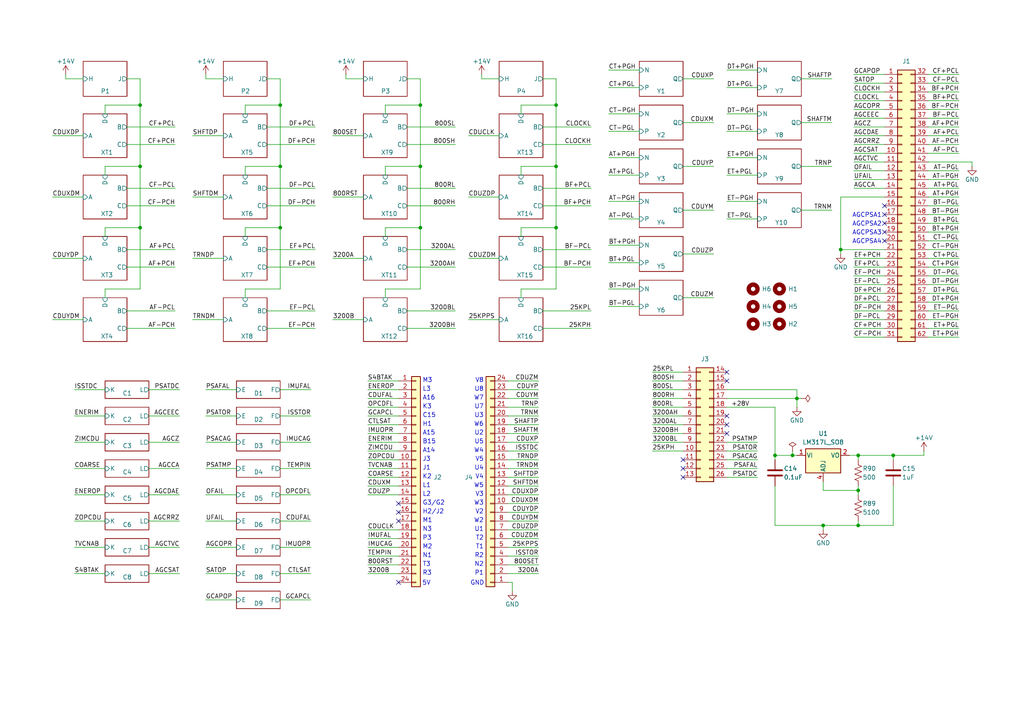
<source format=kicad_sch>
(kicad_sch (version 20231120) (generator "eeschema") (generator_version "8.0")
  (paper "A4")
  (junction (at 81.28 48.26))
  (junction (at 231.14 115.57))
  (junction (at 248.92 142.24))
  (junction (at 81.28 66.04))
  (junction (at 121.92 66.04))
  (junction (at 243.84 72.39))
  (junction (at 121.92 30.48))
  (junction (at 121.92 48.26))
  (junction (at 40.64 48.26))
  (junction (at 40.64 66.04))
  (junction (at 81.28 30.48))
  (junction (at 248.92 132.08))
  (junction (at 259.08 132.08))
  (junction (at 161.29 48.26))
  (junction (at 229.87 132.08))
  (junction (at 224.79 132.08))
  (junction (at 161.29 30.48))
  (junction (at 238.76 152.4))
  (junction (at 248.92 152.4))
  (junction (at 161.29 66.04))
  (junction (at 40.64 30.48))
  (no_connect (at 256.54 69.85))
  (no_connect (at 210.82 110.49))
  (no_connect (at 115.57 146.05))
  (no_connect (at 256.54 67.31))
  (no_connect (at 198.12 138.43))
  (no_connect (at 256.54 59.69))
  (no_connect (at 256.54 62.23))
  (no_connect (at 115.57 148.59))
  (no_connect (at 256.54 64.77))
  (no_connect (at 198.12 135.89))
  (no_connect (at 210.82 125.73))
  (no_connect (at 210.82 123.19))
  (no_connect (at 198.12 133.35))
  (no_connect (at 210.82 120.65))
  (no_connect (at 210.82 107.95))
  (no_connect (at 115.57 151.13))
  (no_connect (at 115.57 168.91))
  (wire (pts (xy 81.28 48.26) (xy 81.28 66.04)))
  (wire (pts (xy 21.59 128.27) (xy 30.48 128.27)))
  (wire (pts (xy 207.01 22.86) (xy 198.12 22.86)))
  (wire (pts (xy 247.65 49.53) (xy 256.54 49.53)))
  (wire (pts (xy 224.79 152.4) (xy 238.76 152.4)))
  (wire (pts (xy 52.07 128.27) (xy 43.18 128.27)))
  (wire (pts (xy 135.89 74.93) (xy 144.78 74.93)))
  (wire (pts (xy 189.23 120.65) (xy 198.12 120.65)))
  (wire (pts (xy 210.82 63.5) (xy 219.71 63.5)))
  (wire (pts (xy 30.48 66.04) (xy 30.48 68.58)))
  (wire (pts (xy 59.69 143.51) (xy 68.58 143.51)))
  (wire (pts (xy 157.48 54.61) (xy 171.45 54.61)))
  (wire (pts (xy 96.52 92.71) (xy 105.41 92.71)))
  (wire (pts (xy 232.41 115.57) (xy 231.14 115.57)))
  (wire (pts (xy 55.88 74.93) (xy 64.77 74.93)))
  (wire (pts (xy 90.17 151.13) (xy 81.28 151.13)))
  (wire (pts (xy 139.7 21.59) (xy 139.7 22.86)))
  (wire (pts (xy 156.21 130.81) (xy 147.32 130.81)))
  (wire (pts (xy 52.07 120.65) (xy 43.18 120.65)))
  (wire (pts (xy 118.11 90.17) (xy 132.08 90.17)))
  (wire (pts (xy 247.65 52.07) (xy 256.54 52.07)))
  (wire (pts (xy 81.28 30.48) (xy 71.12 30.48)))
  (wire (pts (xy 156.21 163.83) (xy 147.32 163.83)))
  (wire (pts (xy 77.47 36.83) (xy 91.44 36.83)))
  (wire (pts (xy 77.47 41.91) (xy 91.44 41.91)))
  (wire (pts (xy 157.48 41.91) (xy 171.45 41.91)))
  (wire (pts (xy 52.07 135.89) (xy 43.18 135.89)))
  (wire (pts (xy 156.21 128.27) (xy 147.32 128.27)))
  (wire (pts (xy 241.3 22.86) (xy 232.41 22.86)))
  (wire (pts (xy 248.92 152.4) (xy 238.76 152.4)))
  (wire (pts (xy 210.82 113.03) (xy 231.14 113.03)))
  (wire (pts (xy 207.01 60.96) (xy 198.12 60.96)))
  (wire (pts (xy 100.33 22.86) (xy 105.41 22.86)))
  (wire (pts (xy 247.65 41.91) (xy 256.54 41.91)))
  (wire (pts (xy 156.21 140.97) (xy 147.32 140.97)))
  (wire (pts (xy 40.64 48.26) (xy 30.48 48.26)))
  (wire (pts (xy 106.68 135.89) (xy 115.57 135.89)))
  (wire (pts (xy 243.84 72.39) (xy 243.84 73.66)))
  (wire (pts (xy 156.21 113.03) (xy 147.32 113.03)))
  (wire (pts (xy 219.71 128.27) (xy 210.82 128.27)))
  (wire (pts (xy 210.82 25.4) (xy 219.71 25.4)))
  (wire (pts (xy 106.68 133.35) (xy 115.57 133.35)))
  (wire (pts (xy 106.68 128.27) (xy 115.57 128.27)))
  (wire (pts (xy 30.48 48.26) (xy 30.48 50.8)))
  (wire (pts (xy 219.71 135.89) (xy 210.82 135.89)))
  (wire (pts (xy 278.13 72.39) (xy 269.24 72.39)))
  (wire (pts (xy 121.92 48.26) (xy 111.76 48.26)))
  (wire (pts (xy 161.29 66.04) (xy 151.13 66.04)))
  (wire (pts (xy 176.53 58.42) (xy 185.42 58.42)))
  (wire (pts (xy 90.17 173.99) (xy 81.28 173.99)))
  (wire (pts (xy 278.13 85.09) (xy 269.24 85.09)))
  (wire (pts (xy 278.13 41.91) (xy 269.24 41.91)))
  (wire (pts (xy 106.68 156.21) (xy 115.57 156.21)))
  (wire (pts (xy 106.68 143.51) (xy 115.57 143.51)))
  (wire (pts (xy 157.48 72.39) (xy 171.45 72.39)))
  (wire (pts (xy 118.11 22.86) (xy 121.92 22.86)))
  (wire (pts (xy 36.83 41.91) (xy 50.8 41.91)))
  (wire (pts (xy 247.65 21.59) (xy 256.54 21.59)))
  (wire (pts (xy 161.29 83.82) (xy 151.13 83.82)))
  (wire (pts (xy 106.68 118.11) (xy 115.57 118.11)))
  (wire (pts (xy 52.07 158.75) (xy 43.18 158.75)))
  (wire (pts (xy 118.11 95.25) (xy 132.08 95.25)))
  (wire (pts (xy 118.11 59.69) (xy 132.08 59.69)))
  (wire (pts (xy 151.13 83.82) (xy 151.13 86.36)))
  (wire (pts (xy 259.08 152.4) (xy 248.92 152.4)))
  (wire (pts (xy 21.59 120.65) (xy 30.48 120.65)))
  (wire (pts (xy 267.97 130.81) (xy 267.97 132.08)))
  (wire (pts (xy 106.68 110.49) (xy 115.57 110.49)))
  (wire (pts (xy 106.68 115.57) (xy 115.57 115.57)))
  (wire (pts (xy 71.12 30.48) (xy 71.12 33.02)))
  (wire (pts (xy 189.23 128.27) (xy 198.12 128.27)))
  (wire (pts (xy 156.21 158.75) (xy 147.32 158.75)))
  (wire (pts (xy 248.92 132.08) (xy 248.92 133.35)))
  (wire (pts (xy 207.01 73.66) (xy 198.12 73.66)))
  (wire (pts (xy 156.21 133.35) (xy 147.32 133.35)))
  (wire (pts (xy 139.7 22.86) (xy 144.78 22.86)))
  (wire (pts (xy 81.28 66.04) (xy 71.12 66.04)))
  (wire (pts (xy 40.64 66.04) (xy 30.48 66.04)))
  (wire (pts (xy 246.38 132.08) (xy 248.92 132.08)))
  (wire (pts (xy 90.17 113.03) (xy 81.28 113.03)))
  (wire (pts (xy 210.82 38.1) (xy 219.71 38.1)))
  (wire (pts (xy 189.23 125.73) (xy 198.12 125.73)))
  (wire (pts (xy 55.88 57.15) (xy 64.77 57.15)))
  (wire (pts (xy 176.53 76.2) (xy 185.42 76.2)))
  (wire (pts (xy 151.13 30.48) (xy 151.13 33.02)))
  (wire (pts (xy 247.65 82.55) (xy 256.54 82.55)))
  (wire (pts (xy 238.76 142.24) (xy 238.76 139.7)))
  (wire (pts (xy 247.65 29.21) (xy 256.54 29.21)))
  (wire (pts (xy 247.65 80.01) (xy 256.54 80.01)))
  (wire (pts (xy 40.64 30.48) (xy 40.64 48.26)))
  (wire (pts (xy 278.13 87.63) (xy 269.24 87.63)))
  (wire (pts (xy 278.13 64.77) (xy 269.24 64.77)))
  (wire (pts (xy 157.48 36.83) (xy 171.45 36.83)))
  (wire (pts (xy 210.82 118.11) (xy 224.79 118.11)))
  (wire (pts (xy 106.68 138.43) (xy 115.57 138.43)))
  (wire (pts (xy 36.83 72.39) (xy 50.8 72.39)))
  (wire (pts (xy 247.65 87.63) (xy 256.54 87.63)))
  (wire (pts (xy 229.87 130.81) (xy 229.87 132.08)))
  (wire (pts (xy 77.47 59.69) (xy 91.44 59.69)))
  (wire (pts (xy 59.69 135.89) (xy 68.58 135.89)))
  (wire (pts (xy 207.01 86.36) (xy 198.12 86.36)))
  (wire (pts (xy 147.32 168.91) (xy 148.59 168.91)))
  (wire (pts (xy 278.13 52.07) (xy 269.24 52.07)))
  (wire (pts (xy 157.48 90.17) (xy 171.45 90.17)))
  (wire (pts (xy 161.29 48.26) (xy 161.29 66.04)))
  (wire (pts (xy 100.33 21.59) (xy 100.33 22.86)))
  (wire (pts (xy 77.47 54.61) (xy 91.44 54.61)))
  (wire (pts (xy 210.82 45.72) (xy 219.71 45.72)))
  (wire (pts (xy 135.89 39.37) (xy 144.78 39.37)))
  (wire (pts (xy 59.69 173.99) (xy 68.58 173.99)))
  (wire (pts (xy 77.47 22.86) (xy 81.28 22.86)))
  (wire (pts (xy 248.92 132.08) (xy 259.08 132.08)))
  (wire (pts (xy 106.68 158.75) (xy 115.57 158.75)))
  (wire (pts (xy 111.76 83.82) (xy 111.76 86.36)))
  (wire (pts (xy 241.3 35.56) (xy 232.41 35.56)))
  (wire (pts (xy 15.24 39.37) (xy 24.13 39.37)))
  (wire (pts (xy 156.21 115.57) (xy 147.32 115.57)))
  (wire (pts (xy 278.13 36.83) (xy 269.24 36.83)))
  (wire (pts (xy 157.48 22.86) (xy 161.29 22.86)))
  (wire (pts (xy 111.76 66.04) (xy 111.76 68.58)))
  (wire (pts (xy 59.69 158.75) (xy 68.58 158.75)))
  (wire (pts (xy 157.48 59.69) (xy 171.45 59.69)))
  (wire (pts (xy 71.12 83.82) (xy 71.12 86.36)))
  (wire (pts (xy 278.13 69.85) (xy 269.24 69.85)))
  (wire (pts (xy 281.94 46.99) (xy 281.94 48.26)))
  (wire (pts (xy 90.17 158.75) (xy 81.28 158.75)))
  (wire (pts (xy 156.21 161.29) (xy 147.32 161.29)))
  (wire (pts (xy 247.65 24.13) (xy 256.54 24.13)))
  (wire (pts (xy 278.13 54.61) (xy 269.24 54.61)))
  (wire (pts (xy 36.83 95.25) (xy 50.8 95.25)))
  (wire (pts (xy 278.13 95.25) (xy 269.24 95.25)))
  (wire (pts (xy 40.64 83.82) (xy 30.48 83.82)))
  (wire (pts (xy 156.21 118.11) (xy 147.32 118.11)))
  (wire (pts (xy 231.14 115.57) (xy 231.14 118.11)))
  (wire (pts (xy 176.53 20.32) (xy 185.42 20.32)))
  (wire (pts (xy 269.24 46.99) (xy 281.94 46.99)))
  (wire (pts (xy 247.65 77.47) (xy 256.54 77.47)))
  (wire (pts (xy 189.23 113.03) (xy 198.12 113.03)))
  (wire (pts (xy 118.11 36.83) (xy 132.08 36.83)))
  (wire (pts (xy 256.54 57.15) (xy 243.84 57.15)))
  (wire (pts (xy 121.92 30.48) (xy 111.76 30.48)))
  (wire (pts (xy 156.21 166.37) (xy 147.32 166.37)))
  (wire (pts (xy 207.01 35.56) (xy 198.12 35.56)))
  (wire (pts (xy 247.65 54.61) (xy 256.54 54.61)))
  (wire (pts (xy 278.13 44.45) (xy 269.24 44.45)))
  (wire (pts (xy 278.13 59.69) (xy 269.24 59.69)))
  (wire (pts (xy 21.59 143.51) (xy 30.48 143.51)))
  (wire (pts (xy 21.59 158.75) (xy 30.48 158.75)))
  (wire (pts (xy 106.68 130.81) (xy 115.57 130.81)))
  (wire (pts (xy 247.65 90.17) (xy 256.54 90.17)))
  (wire (pts (xy 59.69 166.37) (xy 68.58 166.37)))
  (wire (pts (xy 278.13 62.23) (xy 269.24 62.23)))
  (wire (pts (xy 156.21 120.65) (xy 147.32 120.65)))
  (wire (pts (xy 52.07 113.03) (xy 43.18 113.03)))
  (wire (pts (xy 118.11 41.91) (xy 132.08 41.91)))
  (wire (pts (xy 77.47 72.39) (xy 91.44 72.39)))
  (wire (pts (xy 156.21 156.21) (xy 147.32 156.21)))
  (wire (pts (xy 52.07 151.13) (xy 43.18 151.13)))
  (wire (pts (xy 161.29 22.86) (xy 161.29 30.48)))
  (wire (pts (xy 224.79 140.97) (xy 224.79 152.4)))
  (wire (pts (xy 176.53 45.72) (xy 185.42 45.72)))
  (wire (pts (xy 40.64 66.04) (xy 40.64 83.82)))
  (wire (pts (xy 55.88 39.37) (xy 64.77 39.37)))
  (wire (pts (xy 19.05 22.86) (xy 24.13 22.86)))
  (wire (pts (xy 121.92 83.82) (xy 111.76 83.82)))
  (wire (pts (xy 36.83 59.69) (xy 50.8 59.69)))
  (wire (pts (xy 106.68 125.73) (xy 115.57 125.73)))
  (wire (pts (xy 247.65 34.29) (xy 256.54 34.29)))
  (wire (pts (xy 259.08 140.97) (xy 259.08 152.4)))
  (wire (pts (xy 247.65 44.45) (xy 256.54 44.45)))
  (wire (pts (xy 36.83 77.47) (xy 50.8 77.47)))
  (wire (pts (xy 106.68 120.65) (xy 115.57 120.65)))
  (wire (pts (xy 156.21 148.59) (xy 147.32 148.59)))
  (wire (pts (xy 36.83 36.83) (xy 50.8 36.83)))
  (wire (pts (xy 71.12 66.04) (xy 71.12 68.58)))
  (wire (pts (xy 21.59 151.13) (xy 30.48 151.13)))
  (wire (pts (xy 15.24 92.71) (xy 24.13 92.71)))
  (wire (pts (xy 135.89 57.15) (xy 144.78 57.15)))
  (wire (pts (xy 241.3 48.26) (xy 232.41 48.26)))
  (wire (pts (xy 219.71 130.81) (xy 210.82 130.81)))
  (wire (pts (xy 15.24 74.93) (xy 24.13 74.93)))
  (wire (pts (xy 278.13 77.47) (xy 269.24 77.47)))
  (wire (pts (xy 248.92 142.24) (xy 238.76 142.24)))
  (wire (pts (xy 156.21 151.13) (xy 147.32 151.13)))
  (wire (pts (xy 238.76 152.4) (xy 238.76 153.67)))
  (wire (pts (xy 247.65 26.67) (xy 256.54 26.67)))
  (wire (pts (xy 231.14 113.03) (xy 231.14 115.57)))
  (wire (pts (xy 40.64 48.26) (xy 40.64 66.04)))
  (wire (pts (xy 96.52 57.15) (xy 105.41 57.15)))
  (wire (pts (xy 256.54 72.39) (xy 243.84 72.39)))
  (wire (pts (xy 157.48 77.47) (xy 171.45 77.47)))
  (wire (pts (xy 121.92 66.04) (xy 121.92 83.82)))
  (wire (pts (xy 151.13 48.26) (xy 151.13 50.8)))
  (wire (pts (xy 52.07 166.37) (xy 43.18 166.37)))
  (wire (pts (xy 229.87 132.08) (xy 224.79 132.08)))
  (wire (pts (xy 176.53 63.5) (xy 185.42 63.5)))
  (wire (pts (xy 161.29 30.48) (xy 151.13 30.48)))
  (wire (pts (xy 77.47 90.17) (xy 91.44 90.17)))
  (wire (pts (xy 135.89 92.71) (xy 144.78 92.71)))
  (wire (pts (xy 81.28 83.82) (xy 71.12 83.82)))
  (wire (pts (xy 71.12 48.26) (xy 71.12 50.8)))
  (wire (pts (xy 278.13 90.17) (xy 269.24 90.17)))
  (wire (pts (xy 121.92 66.04) (xy 111.76 66.04)))
  (wire (pts (xy 96.52 74.93) (xy 105.41 74.93)))
  (wire (pts (xy 52.07 143.51) (xy 43.18 143.51)))
  (wire (pts (xy 111.76 30.48) (xy 111.76 33.02)))
  (wire (pts (xy 161.29 48.26) (xy 151.13 48.26)))
  (wire (pts (xy 118.11 54.61) (xy 132.08 54.61)))
  (wire (pts (xy 231.14 132.08) (xy 229.87 132.08)))
  (wire (pts (xy 81.28 22.86) (xy 81.28 30.48)))
  (wire (pts (xy 36.83 54.61) (xy 50.8 54.61)))
  (wire (pts (xy 278.13 34.29) (xy 269.24 34.29)))
  (wire (pts (xy 59.69 113.03) (xy 68.58 113.03)))
  (wire (pts (xy 81.28 30.48) (xy 81.28 48.26)))
  (wire (pts (xy 90.17 143.51) (xy 81.28 143.51)))
  (wire (pts (xy 81.28 66.04) (xy 81.28 83.82)))
  (wire (pts (xy 156.21 153.67) (xy 147.32 153.67)))
  (wire (pts (xy 278.13 26.67) (xy 269.24 26.67)))
  (wire (pts (xy 176.53 50.8) (xy 185.42 50.8)))
  (wire (pts (xy 156.21 135.89) (xy 147.32 135.89)))
  (wire (pts (xy 81.28 48.26) (xy 71.12 48.26)))
  (wire (pts (xy 278.13 80.01) (xy 269.24 80.01)))
  (wire (pts (xy 156.21 125.73) (xy 147.32 125.73)))
  (wire (pts (xy 90.17 135.89) (xy 81.28 135.89)))
  (wire (pts (xy 278.13 49.53) (xy 269.24 49.53)))
  (wire (pts (xy 189.23 115.57) (xy 198.12 115.57)))
  (wire (pts (xy 19.05 21.59) (xy 19.05 22.86)))
  (wire (pts (xy 189.23 118.11) (xy 198.12 118.11)))
  (wire (pts (xy 106.68 113.03) (xy 115.57 113.03)))
  (wire (pts (xy 189.23 107.95) (xy 198.12 107.95)))
  (wire (pts (xy 90.17 166.37) (xy 81.28 166.37)))
  (wire (pts (xy 247.65 31.75) (xy 256.54 31.75)))
  (wire (pts (xy 118.11 77.47) (xy 132.08 77.47)))
  (wire (pts (xy 210.82 50.8) (xy 219.71 50.8)))
  (wire (pts (xy 157.48 95.25) (xy 171.45 95.25)))
  (wire (pts (xy 15.24 57.15) (xy 24.13 57.15)))
  (wire (pts (xy 40.64 30.48) (xy 30.48 30.48)))
  (wire (pts (xy 189.23 110.49) (xy 198.12 110.49)))
  (wire (pts (xy 189.23 130.81) (xy 198.12 130.81)))
  (wire (pts (xy 151.13 66.04) (xy 151.13 68.58)))
  (wire (pts (xy 278.13 74.93) (xy 269.24 74.93)))
  (wire (pts (xy 278.13 21.59) (xy 269.24 21.59)))
  (wire (pts (xy 248.92 142.24) (xy 248.92 143.51)))
  (wire (pts (xy 247.65 46.99) (xy 256.54 46.99)))
  (wire (pts (xy 59.69 151.13) (xy 68.58 151.13)))
  (wire (pts (xy 59.69 128.27) (xy 68.58 128.27)))
  (wire (pts (xy 248.92 140.97) (xy 248.92 142.24)))
  (wire (pts (xy 243.84 57.15) (xy 243.84 72.39)))
  (wire (pts (xy 176.53 88.9) (xy 185.42 88.9)))
  (wire (pts (xy 210.82 58.42) (xy 219.71 58.42)))
  (wire (pts (xy 106.68 123.19) (xy 115.57 123.19)))
  (wire (pts (xy 121.92 22.86) (xy 121.92 30.48)))
  (wire (pts (xy 36.83 90.17) (xy 50.8 90.17)))
  (wire (pts (xy 176.53 71.12) (xy 185.42 71.12)))
  (wire (pts (xy 224.79 132.08) (xy 224.79 133.35)))
  (wire (pts (xy 278.13 31.75) (xy 269.24 31.75)))
  (wire (pts (xy 210.82 20.32) (xy 219.71 20.32)))
  (wire (pts (xy 106.68 161.29) (xy 115.57 161.29)))
  (wire (pts (xy 219.71 133.35) (xy 210.82 133.35)))
  (wire (pts (xy 247.65 39.37) (xy 256.54 39.37)))
  (wire (pts (xy 176.53 83.82) (xy 185.42 83.82)))
  (wire (pts (xy 106.68 163.83) (xy 115.57 163.83)))
  (wire (pts (xy 207.01 48.26) (xy 198.12 48.26)))
  (wire (pts (xy 90.17 128.27) (xy 81.28 128.27)))
  (wire (pts (xy 259.08 132.08) (xy 267.97 132.08)))
  (wire (pts (xy 118.11 72.39) (xy 132.08 72.39)))
  (wire (pts (xy 247.65 74.93) (xy 256.54 74.93)))
  (wire (pts (xy 176.53 38.1) (xy 185.42 38.1)))
  (wire (pts (xy 278.13 57.15) (xy 269.24 57.15)))
  (wire (pts (xy 247.65 85.09) (xy 256.54 85.09)))
  (wire (pts (xy 156.21 110.49) (xy 147.32 110.49)))
  (wire (pts (xy 77.47 95.25) (xy 91.44 95.25)))
  (wire (pts (xy 59.69 21.59) (xy 59.69 22.86)))
  (wire (pts (xy 161.29 30.48) (xy 161.29 48.26)))
  (wire (pts (xy 156.21 143.51) (xy 147.32 143.51)))
  (wire (pts (xy 30.48 30.48) (xy 30.48 33.02)))
  (wire (pts (xy 176.53 33.02) (xy 185.42 33.02)))
  (wire (pts (xy 77.47 77.47) (xy 91.44 77.47)))
  (wire (pts (xy 241.3 60.96) (xy 232.41 60.96)))
  (wire (pts (xy 224.79 118.11) (xy 224.79 132.08)))
  (wire (pts (xy 278.13 97.79) (xy 269.24 97.79)))
  (wire (pts (xy 247.65 92.71) (xy 256.54 92.71)))
  (wire (pts (xy 248.92 151.13) (xy 248.92 152.4)))
  (wire (pts (xy 176.53 25.4) (xy 185.42 25.4)))
  (wire (pts (xy 55.88 92.71) (xy 64.77 92.71)))
  (wire (pts (xy 247.65 95.25) (xy 256.54 95.25)))
  (wire (pts (xy 278.13 29.21) (xy 269.24 29.21)))
  (wire (pts (xy 21.59 113.03) (xy 30.48 113.03)))
  (wire (pts (xy 219.71 138.43) (xy 210.82 138.43)))
  (wire (pts (xy 96.52 39.37) (xy 105.41 39.37)))
  (wire (pts (xy 278.13 82.55) (xy 269.24 82.55)))
  (wire (pts (xy 278.13 39.37) (xy 269.24 39.37)))
  (wire (pts (xy 247.65 36.83) (xy 256.54 36.83)))
  (wire (pts (xy 210.82 115.57) (xy 231.14 115.57)))
  (wire (pts (xy 90.17 120.65) (xy 81.28 120.65)))
  (wire (pts (xy 278.13 67.31) (xy 269.24 67.31)))
  (wire (pts (xy 121.92 48.26) (xy 121.92 66.04)))
  (wire (pts (xy 40.64 22.86) (xy 40.64 30.48)))
  (wire (pts (xy 156.21 123.19) (xy 147.32 123.19)))
  (wire (pts (xy 259.08 132.08) (xy 259.08 133.35)))
  (wire (pts (xy 106.68 140.97) (xy 115.57 140.97)))
  (wire (pts (xy 106.68 166.37) (xy 115.57 166.37)))
  (wire (pts (xy 278.13 92.71) (xy 269.24 92.71)))
  (wire (pts (xy 156.21 138.43) (xy 147.32 138.43)))
  (wire (pts (xy 156.21 146.05) (xy 147.32 146.05)))
  (wire (pts (xy 278.13 24.13) (xy 269.24 24.13)))
  (wire (pts (xy 36.83 22.86) (xy 40.64 22.86)))
  (wire (pts (xy 21.59 166.37) (xy 30.48 166.37)))
  (wire (pts (xy 247.65 97.79) (xy 256.54 97.79)))
  (wire (pts (xy 210.82 33.02) (xy 219.71 33.02)))
  (wire (pts (xy 59.69 120.65) (xy 68.58 120.65)))
  (wire (pts (xy 148.59 168.91) (xy 148.59 171.45)))
  (wire (pts (xy 21.59 135.89) (xy 30.48 135.89)))
  (wire (pts (xy 161.29 66.04) (xy 161.29 83.82)))
  (wire (pts (xy 121.92 30.48) (xy 121.92 48.26)))
  (wire (pts (xy 30.48 83.82) (xy 30.48 86.36)))
  (wire (pts (xy 189.23 123.19) (xy 198.12 123.19)))
  (wire (pts (xy 59.69 22.86) (xy 64.77 22.86)))
  (wire (pts (xy 106.68 153.67) (xy 115.57 153.67)))
  (wire (pts (xy 111.76 48.26) (xy 111.76 50.8)))
  (text "U1" (at 140.335 154.305 0) (effects (font (size 1.27 1.27)) (justify right bottom)))
  (text "U2" (at 140.335 126.365 0) (effects (font (size 1.27 1.27)) (justify right bottom)))
  (text "V3" (at 140.335 144.145 0) (effects (font (size 1.27 1.27)) (justify right bottom)))
  (text "M1" (at 122.555 151.765 0) (effects (font (size 1.27 1.27)) (justify left bottom)))
  (text "AGCPSA4" (at 251.46 70.104 0) (effects (font (size 1.27 1.27))))
  (text "M2" (at 122.555 159.385 0) (effects (font (size 1.27 1.27)) (justify left bottom)))
  (text "U3" (at 140.335 121.285 0) (effects (font (size 1.27 1.27)) (justify right bottom)))
  (text "W3" (at 140.335 146.685 0) (effects (font (size 1.27 1.27)) (justify right bottom)))
  (text "R3" (at 122.555 167.005 0) (effects (font (size 1.27 1.27)) (justify left bottom)))
  (text "W4" (at 140.335 131.445 0) (effects (font (size 1.27 1.27)) (justify right bottom)))
  (text "A15" (at 122.555 126.365 0) (effects (font (size 1.27 1.27)) (justify left bottom)))
  (text "N1" (at 122.555 161.925 0) (effects (font (size 1.27 1.27)) (justify left bottom)))
  (text "W2" (at 140.335 151.765 0) (effects (font (size 1.27 1.27)) (justify right bottom)))
  (text "V5" (at 140.335 133.985 0) (effects (font (size 1.27 1.27)) (justify right bottom)))
  (text "W6" (at 140.335 123.825 0) (effects (font (size 1.27 1.27)) (justify right bottom)))
  (text "A16" (at 122.555 116.205 0) (effects (font (size 1.27 1.27)) (justify left bottom)))
  (text "U4" (at 140.335 136.525 0) (effects (font (size 1.27 1.27)) (justify right bottom)))
  (text "H2/J2" (at 122.555 149.225 0) (effects (font (size 1.27 1.27)) (justify left bottom)))
  (text "V8" (at 140.335 111.125 0) (effects (font (size 1.27 1.27)) (justify right bottom)))
  (text "W7" (at 140.335 116.205 0) (effects (font (size 1.27 1.27)) (justify right bottom)))
  (text "AGCPSA3" (at 251.46 67.564 0) (effects (font (size 1.27 1.27))))
  (text "K2" (at 122.555 139.065 0) (effects (font (size 1.27 1.27)) (justify left bottom)))
  (text "P3" (at 122.555 156.845 0) (effects (font (size 1.27 1.27)) (justify left bottom)))
  (text "P1" (at 140.335 167.005 0) (effects (font (size 1.27 1.27)) (justify right bottom)))
  (text "K3" (at 122.555 118.745 0) (effects (font (size 1.27 1.27)) (justify left bottom)))
  (text "N2" (at 140.335 164.465 0) (effects (font (size 1.27 1.27)) (justify right bottom)))
  (text "U5" (at 140.335 128.905 0) (effects (font (size 1.27 1.27)) (justify right bottom)))
  (text "C15" (at 122.555 121.285 0) (effects (font (size 1.27 1.27)) (justify left bottom)))
  (text "L1" (at 122.555 141.605 0) (effects (font (size 1.27 1.27)) (justify left bottom)))
  (text "T1" (at 140.335 159.385 0) (effects (font (size 1.27 1.27)) (justify right bottom)))
  (text "T3" (at 122.555 164.465 0) (effects (font (size 1.27 1.27)) (justify left bottom)))
  (text "L2" (at 122.555 144.145 0) (effects (font (size 1.27 1.27)) (justify left bottom)))
  (text "5V" (at 123.698 169.164 0) (effects (font (size 1.27 1.27))))
  (text "T2" (at 140.335 156.845 0) (effects (font (size 1.27 1.27)) (justify right bottom)))
  (text "AGCPSA1" (at 251.46 62.484 0) (effects (font (size 1.27 1.27))))
  (text "U7" (at 140.335 118.745 0) (effects (font (size 1.27 1.27)) (justify right bottom)))
  (text "B15" (at 122.555 128.905 0) (effects (font (size 1.27 1.27)) (justify left bottom)))
  (text "J1" (at 122.555 136.525 0) (effects (font (size 1.27 1.27)) (justify left bottom)))
  (text "L3" (at 122.555 113.665 0) (effects (font (size 1.27 1.27)) (justify left bottom)))
  (text "W5" (at 140.335 141.605 0) (effects (font (size 1.27 1.27)) (justify right bottom)))
  (text "R2" (at 140.335 161.925 0) (effects (font (size 1.27 1.27)) (justify right bottom)))
  (text "G3/G2" (at 122.555 146.685 0) (effects (font (size 1.27 1.27)) (justify left bottom)))
  (text "J3" (at 122.555 133.985 0) (effects (font (size 1.27 1.27)) (justify left bottom)))
  (text "V4" (at 140.335 139.065 0) (effects (font (size 1.27 1.27)) (justify right bottom)))
  (text "AGCPSA2" (at 251.46 65.024 0) (effects (font (size 1.27 1.27))))
  (text "V2" (at 140.335 149.225 0) (effects (font (size 1.27 1.27)) (justify right bottom)))
  (text "U8" (at 140.335 113.665 0) (effects (font (size 1.27 1.27)) (justify right bottom)))
  (text "M3" (at 122.555 111.125 0) (effects (font (size 1.27 1.27)) (justify left bottom)))
  (text "A14" (at 122.555 131.445 0) (effects (font (size 1.27 1.27)) (justify left bottom)))
  (text "N3" (at 122.555 154.305 0) (effects (font (size 1.27 1.27)) (justify left bottom)))
  (text "H1" (at 122.555 123.825 0) (effects (font (size 1.27 1.27)) (justify left bottom)))
  (text "GND" (at 138.43 169.164 0) (effects (font (size 1.27 1.27))))
  (label "DT-PGL" (at 210.82 38.1 0))
  (label "AT+PGL" (at 176.53 50.8 0))
  (label "CDUZDP" (at 156.21 153.67 180))
  (label "COARSE" (at 21.59 135.89 0))
  (label "EF+PCL" (at 247.65 77.47 0))
  (label "AT-PGL" (at 278.13 49.53 180))
  (label "ENEROP" (at 21.59 143.51 0))
  (label "S4BTAK" (at 106.68 110.49 0))
  (label "800SL" (at 189.23 113.03 0))
  (label "OFAIL" (at 59.69 143.51 0))
  (label "SHFTDM" (at 55.88 57.15 0))
  (label "PSATMP" (at 219.71 128.27 180))
  (label "DT-PGH" (at 210.82 33.02 0))
  (label "CDUYDM" (at 15.24 92.71 0))
  (label "3200BH" (at 132.08 95.25 180))
  (label "DT+PGL" (at 210.82 25.4 0))
  (label "DT+PGH" (at 210.82 20.32 0))
  (label "BT+PGH" (at 278.13 67.31 180))
  (label "EF+PCH" (at 247.65 74.93 0))
  (label "EF-PCL" (at 247.65 82.55 0))
  (label "CT+PGH" (at 278.13 77.47 180))
  (label "DF-PCH" (at 91.44 59.69 180))
  (label "CDUYP" (at 156.21 113.03 180))
  (label "ET+PGL" (at 278.13 95.25 180))
  (label "COARSE" (at 106.68 138.43 0))
  (label "OFAIL" (at 247.65 49.53 0))
  (label "ISSTOR" (at 156.21 161.29 180))
  (label "CDUYDP" (at 156.21 148.59 180))
  (label "CDUFAL" (at 106.68 115.57 0))
  (label "800SET" (at 96.52 39.37 0))
  (label "EF+PCH" (at 91.44 77.47 180))
  (label "TEMPIN" (at 106.68 161.29 0))
  (label "ISSTOR" (at 90.17 120.65 180))
  (label "AGCTVC" (at 247.65 46.99 0))
  (label "25KPPS" (at 156.21 158.75 180))
  (label "ENERIM" (at 106.68 128.27 0))
  (label "CT-PGH" (at 278.13 72.39 180))
  (label "TVCNAB" (at 106.68 135.89 0))
  (label "BF+PCL" (at 278.13 29.21 180))
  (label "3200BH" (at 189.23 125.73 0))
  (label "CDUZP" (at 207.01 73.66 180))
  (label "AGCSAT" (at 52.07 166.37 180))
  (label "CT+PGL" (at 176.53 25.4 0))
  (label "CTLSAT" (at 90.17 166.37 180))
  (label "AT+PGH" (at 278.13 57.15 180))
  (label "CDUZDM" (at 135.89 74.93 0))
  (label "UFAIL" (at 247.65 52.07 0))
  (label "OPCDFL" (at 90.17 143.51 180))
  (label "800RST" (at 106.68 163.83 0))
  (label "ZOPCDU" (at 106.68 133.35 0))
  (label "CF+PCL" (at 50.8 36.83 180))
  (label "AGCCA" (at 247.65 54.61 0))
  (label "AGCZ" (at 247.65 36.83 0))
  (label "IMUFAL" (at 90.17 113.03 180))
  (label "BF+PCL" (at 171.45 54.61 180))
  (label "AGCCA" (at 52.07 135.89 180))
  (label "DF-PCL" (at 91.44 54.61 180))
  (label "BT-PGH" (at 278.13 62.23 180))
  (label "SHFTDP" (at 55.88 39.37 0))
  (label "AGCRRZ" (at 52.07 151.13 180))
  (label "CLOCKH" (at 171.45 41.91 180))
  (label "CLOCKL" (at 247.65 29.21 0))
  (label "TRNDM" (at 55.88 92.71 0))
  (label "800SH" (at 189.23 110.49 0))
  (label "3200AH" (at 132.08 77.47 180))
  (label "CT-PGL" (at 278.13 69.85 180))
  (label "CDUCLK" (at 106.68 153.67 0))
  (label "AGCOPR" (at 59.69 158.75 0))
  (label "DT-PGH" (at 278.13 82.55 180))
  (label "DF+PCL" (at 91.44 36.83 180))
  (label "IMUOPR" (at 106.68 125.73 0))
  (label "ET-PGH" (at 210.82 58.42 0))
  (label "3200A" (at 96.52 74.93 0))
  (label "PSACAG" (at 219.71 133.35 180))
  (label "TRNP" (at 156.21 118.11 180))
  (label "PSATDC" (at 219.71 138.43 180))
  (label "EF+PCL" (at 91.44 72.39 180))
  (label "AGCSAT" (at 247.65 44.45 0))
  (label "UFAIL" (at 59.69 151.13 0))
  (label "AF+PCL" (at 278.13 39.37 180))
  (label "TRNDP" (at 55.88 74.93 0))
  (label "CF+PCL" (at 278.13 21.59 180))
  (label "GCAPCL" (at 90.17 173.99 180))
  (label "ENEROP" (at 106.68 113.03 0))
  (label "CLOCKL" (at 171.45 36.83 180))
  (label "BT+PGH" (at 176.53 71.12 0))
  (label "800SL" (at 132.08 36.83 180))
  (label "IMUCAG" (at 90.17 128.27 180))
  (label "3200BL" (at 189.23 128.27 0))
  (label "EF-PCH" (at 91.44 95.25 180))
  (label "CF-PCH" (at 50.8 59.69 180))
  (label "AGCRRZ" (at 247.65 41.91 0))
  (label "DT+PGH" (at 278.13 87.63 180))
  (label "CDUZP" (at 106.68 143.51 0))
  (label "AT+PGH" (at 176.53 45.72 0))
  (label "CF-PCL" (at 278.13 24.13 180))
  (label "PSAFAL" (at 59.69 113.03 0))
  (label "3200B" (at 106.68 166.37 0))
  (label "AF-PCH" (at 278.13 41.91 180))
  (label "CF+PCH" (at 247.65 95.25 0))
  (label "CDUXM" (at 207.01 35.56 180))
  (label "+28V" (at 212.09 118.11 0))
  (label "BF+PCH" (at 278.13 26.67 180))
  (label "800RST" (at 96.52 57.15 0))
  (label "CF-PCL" (at 50.8 54.61 180))
  (label "SHAFTM" (at 241.3 35.56 180))
  (label "BT-PGL" (at 278.13 59.69 180))
  (label "AF-PCL" (at 50.8 90.17 180))
  (label "ET-PGL" (at 210.82 63.5 0))
  (label "BF-PCL" (at 171.45 72.39 180))
  (label "ET+PGH" (at 278.13 97.79 180))
  (label "CDUFAL" (at 90.17 151.13 180))
  (label "IMUCAG" (at 106.68 158.75 0))
  (label "CF+PCH" (at 50.8 41.91 180))
  (label "AT+PGL" (at 278.13 54.61 180))
  (label "CDUXDP" (at 156.21 143.51 180))
  (label "GCAPOP" (at 59.69 173.99 0))
  (label "PSACAG" (at 59.69 128.27 0))
  (label "TRNDP" (at 156.21 133.35 180))
  (label "BT-PGH" (at 176.53 83.82 0))
  (label "BT+PGL" (at 278.13 64.77 180))
  (label "CDUYM" (at 156.21 115.57 180))
  (label "OPCDFL" (at 106.68 118.11 0))
  (label "PSAFAL" (at 219.71 135.89 180))
  (label "3200AL" (at 132.08 72.39 180))
  (label "BT-PGL" (at 176.53 88.9 0))
  (label "ET+PGH" (at 210.82 45.72 0))
  (label "TRNM" (at 241.3 60.96 180))
  (label "ISSTDC" (at 21.59 113.03 0))
  (label "AGCOPR" (at 247.65 31.75 0))
  (label "BF+PCH" (at 171.45 59.69 180))
  (label "ET+PGL" (at 210.82 50.8 0))
  (label "PSATOR" (at 59.69 120.65 0))
  (label "DF+PCL" (at 247.65 87.63 0))
  (label "3200B" (at 96.52 92.71 0))
  (label "ISSTDC" (at 156.21 130.81 180))
  (label "AT-PGH" (at 176.53 58.42 0))
  (label "ZIMCDU" (at 106.68 130.81 0))
  (label "GCAPCL" (at 106.68 120.65 0))
  (label "PSATDC" (at 52.07 113.03 180))
  (label "AT-PGH" (at 278.13 52.07 180))
  (label "SHAFTP" (at 241.3 22.86 180))
  (label "AGCEEC" (at 247.65 34.29 0))
  (label "PSATMP" (at 59.69 135.89 0))
  (label "CDUCLK" (at 135.89 39.37 0))
  (label "CDUYM" (at 207.01 60.96 180))
  (label "IMUFAL" (at 106.68 156.21 0))
  (label "25KPPS" (at 135.89 92.71 0))
  (label "CDUYDM" (at 156.21 151.13 180))
  (label "DF-PCH" (at 247.65 90.17 0))
  (label "PSATOR" (at 219.71 130.81 180))
  (label "AF-PCL" (at 278.13 44.45 180))
  (label "CT-PGL" (at 176.53 38.1 0))
  (label "GCAPOP" (at 247.65 21.59 0))
  (label "AF+PCH" (at 50.8 77.47 180))
  (label "AF+PCH" (at 278.13 36.83 180))
  (label "CDUXDP" (at 15.24 39.37 0))
  (label "TVCNAB" (at 21.59 158.75 0))
  (label "TEMPIN" (at 90.17 135.89 180))
  (label "CDUXP" (at 207.01 22.86 180))
  (label "AF+PCL" (at 50.8 72.39 180))
  (label "AGCTVC" (at 52.07 158.75 180))
  (label "ENERIM" (at 21.59 120.65 0))
  (label "ET-PGH" (at 278.13 92.71 180))
  (label "DF-PCL" (at 247.65 92.71 0))
  (label "CDUXP" (at 156.21 128.27 180))
  (label "AF-PCH" (at 50.8 95.25 180))
  (label "EF-PCH" (at 247.65 80.01 0))
  (label "BF-PCL" (at 278.13 34.29 180))
  (label "SHAFTM" (at 156.21 125.73 180))
  (label "CT+PGH" (at 176.53 20.32 0))
  (label "AT-PGL" (at 176.53 63.5 0))
  (label "CDUXDM" (at 15.24 57.15 0))
  (label "800RH" (at 132.08 59.69 180))
  (label "CT+PGL" (at 278.13 74.93 180))
  (label "CDUZDP" (at 135.89 57.15 0))
  (label "AGCEEC" (at 52.07 120.65 180))
  (label "AGCDAE" (at 52.07 143.51 180))
  (label "CDUZDM" (at 156.21 156.21 180))
  (label "DF+PCH" (at 91.44 41.91 180))
  (label "ZOPCDU" (at 21.59 151.13 0))
  (label "CTLSAT" (at 106.68 123.19 0))
  (label "CDUYP" (at 207.01 48.26 180))
  (label "3200A" (at 156.21 166.37 180))
  (label "CDUZM" (at 207.01 86.36 180))
  (label "25KPL" (at 171.45 90.17 180))
  (label "CDUXDM" (at 156.21 146.05 180))
  (label "3200AH" (at 189.23 120.65 0))
  (label "25KPH" (at 189.23 130.81 0))
  (label "BT+PGL" (at 176.53 76.2 0))
  (label "CLOCKH" (at 247.65 26.67 0))
  (label "SATOP" (at 59.69 166.37 0))
  (label "TRNP" (at 241.3 48.26 180))
  (label "EF-PCL" (at 91.44 90.17 180))
  (label "CF-PCH" (at 247.65 97.79 0))
  (label "S4BTAK" (at 21.59 166.37 0))
  (label "SHFTDM" (at 156.21 140.97 180))
  (label "IMUOPR" (at 90.17 158.75 180))
  (label "CDUZM" (at 156.21 110.49 180))
  (label "25KPH" (at 171.45 95.25 180))
  (label "DT+PGL" (at 278.13 85.09 180))
  (label "3200AL" (at 189.23 123.19 0))
  (label "AGCZ" (at 52.07 128.27 180))
  (label "CDUYDP" (at 15.24 74.93 0))
  (label "25KPL" (at 189.23 107.95 0))
  (label "CT-PGH" (at 176.53 33.02 0))
  (label "CDUXM" (at 106.68 140.97 0))
  (label "ET-PGL" (at 278.13 90.17 180))
  (label "AGCDAE" (at 247.65 39.37 0))
  (label "800SET" (at 156.21 163.83 180))
  (label "SATOP" (at 247.65 24.13 0))
  (label "SHAFTP" (at 156.21 123.19 180))
  (label "TRNM" (at 156.21 120.65 180))
  (label "3200BL" (at 132.08 90.17 180))
  (label "BF-PCH" (at 171.45 77.47 180))
  (label "DF+PCH" (at 247.65 85.09 0))
  (label "ZIMCDU" (at 21.59 128.27 0))
  (label "800RH" (at 189.23 115.57 0))
  (label "800RL" (at 189.23 118.11 0))
  (label "TRNDM" (at 156.21 135.89 180))
  (label "SHFTDP" (at 156.21 138.43 180))
  (label "800SH" (at 132.08 41.91 180))
  (label "DT-PGL" (at 278.13 80.01 180))
  (label "BF-PCH" (at 278.13 31.75 180))
  (label "800RL" (at 132.08 54.61 180))
  (symbol (lib_id "power:GND") (at 231.14 118.11 0) (mirror y) (unit 1)
    (property "Reference" "#PWR06" (effects (hide yes)))
    (property "Value" "GND" (at 231.14 121.92 0))
    (property "Description" "Power symbol creates a global label with name \"GND\" , ground" (effects (hide yes)))
  )
  (symbol (lib_id "Connector_Generic:Conn_02x31_Top_Bottom") (at 261.62 59.69 0) (unit 1)
    (property "Reference" "J1" (at 262.89 17.78 0))
    (property "Value" "Conn_02x31_Top_Bottom" (effects (hide yes)))
    (property "Footprint" "cdu:HARTING_HD62_RA" (effects (hide yes)))
    (property "Description" "Generic connector, double row, 02x31, top/bottom pin numbering scheme (row 1: 1...pins_per_row, row2: pins_per_row+1 ... num_pins), script generated (kicad-library-utils/schlib/autogen/connector/)" (effects (hide yes)))
  )
  (symbol (lib_id "Mechanical:MountingHole") (at 226.06 83.82 0) (unit 1) (exclude_from_sim yes) (in_bom no)
    (property "Reference" "H1" (at 228.6 83.8199 0) (effects (justify left)))
    (property "Value" "MountingHole" (effects (hide yes)))
    (property "Footprint" "cdu:MountingHole_4-40" (effects (hide yes)))
    (property "Description" "Mounting Hole without connection" (effects (hide yes)))
  )
  (symbol (lib_id "power:GND") (at 238.76 153.67 0) (unit 1)
    (property "Reference" "#PWR07" (effects (hide yes)))
    (property "Value" "GND" (at 238.76 157.48 0))
    (property "Description" "Power symbol creates a global label with name \"GND\" , ground" (effects (hide yes)))
  )
  (symbol (lib_id "Mechanical:MountingHole") (at 218.44 93.98 0) (unit 1) (exclude_from_sim yes) (in_bom no)
    (property "Reference" "H3" (at 220.98 93.9799 0) (effects (justify left)))
    (property "Value" "MountingHole" (effects (hide yes)))
    (property "Footprint" "cdu:MountingHole_4-40" (effects (hide yes)))
    (property "Description" "Mounting Hole without connection" (effects (hide yes)))
  )
  (symbol (lib_id "cdu:+14V") (at 19.05 21.59 0) (unit 1)
    (property "Reference" "#PWR01" (effects (hide yes)))
    (property "Value" "+14V" (at 19.05 17.78 0))
    (property "Description" "Power symbol creates a global label with name \"+14V\"" (effects (hide yes)))
  )
  (symbol (lib_id "Connector_Generic:Conn_01x24") (at 120.65 138.43 0) (unit 1)
    (property "Reference" "J2" (at 125.73 138.43 0) (effects (justify left)))
    (property "Value" "Conn_01x24" (effects (hide yes)))
    (property "Footprint" "Connector_PinSocket_2.54mm:PinSocket_1x24_P2.54mm_Vertical" (effects (hide yes)))
    (property "Description" "CONN HDR 24POS 0.1 GOLD PCB" (effects (hide yes)))
    (property "MPN" "PPPC241LFBN-RC" (effects (hide yes)))
    (property "Manufacturer" "Sullins Connector Solutions" (effects (hide yes)))
    (property "Package" "TH" (effects (hide yes)))
  )
  (symbol (lib_id "power:GND") (at 281.94 48.26 0) (unit 1)
    (property "Reference" "#PWR010" (effects (hide yes)))
    (property "Value" "GND" (at 281.94 52.07 0))
    (property "Description" "Power symbol creates a global label with name \"GND\" , ground" (effects (hide yes)))
  )
  (symbol (lib_id "Device:R_US") (at 248.92 147.32 0) (unit 1)
    (property "Reference" "R89" (at 250.19 146.05 0) (effects (justify left)))
    (property "Value" "5100" (at 250.19 148.59 0) (effects (justify left)))
    (property "Footprint" "Resistor_SMD:R_0603_1608Metric" (effects (hide yes)))
    (property "Description" "Resistor, US symbol" (effects (hide yes)))
  )
  (symbol (lib_id "cdu:+14V") (at 139.7 21.59 0) (unit 1)
    (property "Reference" "#PWR04" (effects (hide yes)))
    (property "Value" "+14V" (at 139.7 17.78 0))
    (property "Description" "Power symbol creates a global label with name \"+14V\"" (effects (hide yes)))
  )
  (symbol (lib_id "Connector_Generic:Conn_02x13_Top_Bottom") (at 203.2 123.19 0) (unit 1)
    (property "Reference" "J3" (at 204.47 104.14 0))
    (property "Value" "Conn_02x13_Top_Bottom" (effects (hide yes)))
    (property "Footprint" "cdu:HARTING_HD26_RA" (effects (hide yes)))
    (property "Description" "Generic connector, double row, 02x13, top/bottom pin numbering scheme (row 1: 1...pins_per_row, row2: pins_per_row+1 ... num_pins), script generated (kicad-library-utils/schlib/autogen/connector/)" (effects (hide yes)))
  )
  (symbol (lib_id "Device:C") (at 259.08 137.16 0) (unit 1)
    (property "Reference" "C15" (at 261.62 135.89 0) (effects (justify left)))
    (property "Value" "1uF" (at 261.62 138.43 0) (effects (justify left)))
    (property "Footprint" "Capacitor_SMD:C_0603_1608Metric" (effects (hide yes)))
    (property "Description" "Unpolarized capacitor" (effects (hide yes)))
  )
  (symbol (lib_id "Mechanical:MountingHole") (at 226.06 88.9 0) (unit 1) (exclude_from_sim yes) (in_bom no)
    (property "Reference" "H5" (at 228.6 88.8999 0) (effects (justify left)))
    (property "Value" "MountingHole" (effects (hide yes)))
    (property "Footprint" "cdu:MountingHole_4-40" (effects (hide yes)))
    (property "Description" "Mounting Hole without connection" (effects (hide yes)))
  )
  (symbol (lib_id "Mechanical:MountingHole") (at 226.06 93.98 0) (unit 1) (exclude_from_sim yes) (in_bom no)
    (property "Reference" "H2" (at 228.6 93.9799 0) (effects (justify left)))
    (property "Value" "MountingHole" (effects (hide yes)))
    (property "Footprint" "cdu:MountingHole_4-40" (effects (hide yes)))
    (property "Description" "Mounting Hole without connection" (effects (hide yes)))
  )
  (symbol (lib_id "Device:C") (at 224.79 137.16 0) (unit 1)
    (property "Reference" "C14" (at 227.33 135.89 0) (effects (justify left)))
    (property "Value" "0.1uF" (at 227.33 138.43 0) (effects (justify left)))
    (property "Footprint" "Capacitor_SMD:C_0603_1608Metric" (effects (hide yes)))
    (property "Description" "Unpolarized capacitor" (effects (hide yes)))
  )
  (symbol (lib_id "Mechanical:MountingHole") (at 218.44 88.9 0) (unit 1) (exclude_from_sim yes) (in_bom no)
    (property "Reference" "H4" (at 220.98 88.8999 0) (effects (justify left)))
    (property "Value" "MountingHole" (effects (hide yes)))
    (property "Footprint" "cdu:MountingHole_4-40" (effects (hide yes)))
    (property "Description" "Mounting Hole without connection" (effects (hide yes)))
  )
  (symbol (lib_name "GND_1") (lib_id "power:GND") (at 148.59 171.45 0) (unit 1)
    (property "Reference" "#PWR05" (effects (hide yes)))
    (property "Value" "GND" (at 148.59 175.26 0))
    (property "Description" "Power symbol creates a global label with name \"GND\" , ground" (effects (hide yes)))
  )
  (symbol (lib_id "Regulator_Linear:LM317L_SO8") (at 238.76 132.08 0) (unit 1)
    (property "Reference" "U1" (at 238.76 125.73 0))
    (property "Value" "LM317L_SO8" (at 238.76 128.27 0))
    (property "Footprint" "Package_SO:SOIC-8_3.9x4.9mm_P1.27mm" (effects (hide yes)))
    (property "Datasheet" "http://www.ti.com/lit/ds/snvs775k/snvs775k.pdf" (effects (hide yes)))
    (property "Description" "100mA 35V Adjustable Linear Regulator, SO-8" (effects (hide yes)))
  )
  (symbol (lib_id "power:GND") (at 243.84 73.66 0) (mirror y) (unit 1)
    (property "Reference" "#PWR08" (effects (hide yes)))
    (property "Value" "GND" (at 243.84 77.47 0))
    (property "Description" "Power symbol creates a global label with name \"GND\" , ground" (effects (hide yes)))
  )
  (symbol (lib_id "power:PWR_FLAG") (at 229.87 130.81 0) (unit 1)
    (property "Reference" "#FLG02" (effects (hide yes)))
    (property "Value" "PWR_FLAG" (effects (hide yes)))
    (property "Description" "Special symbol for telling ERC where power comes from" (effects (hide yes)))
  )
  (symbol (lib_id "Mechanical:MountingHole") (at 218.44 83.82 0) (unit 1) (exclude_from_sim yes) (in_bom no)
    (property "Reference" "H6" (at 220.98 83.8199 0) (effects (justify left)))
    (property "Value" "MountingHole" (effects (hide yes)))
    (property "Footprint" "cdu:MountingHole_4-40" (effects (hide yes)))
    (property "Description" "Mounting Hole without connection" (effects (hide yes)))
  )
  (symbol (lib_id "power:PWR_FLAG") (at 232.41 115.57 270) (mirror x) (unit 1)
    (property "Reference" "#FLG01" (effects (hide yes)))
    (property "Value" "PWR_FLAG" (effects (hide yes)))
    (property "Description" "Special symbol for telling ERC where power comes from" (effects (hide yes)))
  )
  (symbol (lib_id "cdu:+14V") (at 100.33 21.59 0) (unit 1)
    (property "Reference" "#PWR03" (effects (hide yes)))
    (property "Value" "+14V" (at 100.33 17.78 0))
    (property "Description" "Power symbol creates a global label with name \"+14V\"" (effects (hide yes)))
  )
  (symbol (lib_id "cdu:+14V") (at 267.97 130.81 0) (unit 1)
    (property "Reference" "#PWR09" (effects (hide yes)))
    (property "Value" "+14V" (at 267.97 127 0))
    (property "Description" "Power symbol creates a global label with name \"+14V\"" (effects (hide yes)))
  )
  (symbol (lib_id "Device:R_US") (at 248.92 137.16 0) (unit 1)
    (property "Reference" "R90" (at 250.19 135.89 0) (effects (justify left)))
    (property "Value" "500" (at 250.19 138.43 0) (effects (justify left)))
    (property "Footprint" "Resistor_SMD:R_0603_1608Metric" (effects (hide yes)))
    (property "Description" "Resistor, US symbol" (effects (hide yes)))
  )
  (symbol (lib_id "Connector_Generic:Conn_01x24") (at 142.24 140.97 180) (unit 1)
    (property "Reference" "J4" (at 137.16 138.43 0) (effects (justify left)))
    (property "Value" "Conn_01x24" (effects (hide yes)))
    (property "Footprint" "Connector_PinSocket_2.54mm:PinSocket_1x24_P2.54mm_Vertical" (effects (hide yes)))
    (property "Description" "CONN HDR 24POS 0.1 GOLD PCB" (effects (hide yes)))
    (property "MPN" "PPPC241LFBN-RC" (effects (hide yes)))
    (property "Manufacturer" "Sullins Connector Solutions" (effects (hide yes)))
    (property "Package" "TH" (effects (hide yes)))
  )
  (symbol (lib_id "cdu:+14V") (at 59.69 21.59 0) (unit 1)
    (property "Reference" "#PWR02" (effects (hide yes)))
    (property "Value" "+14V" (at 59.69 17.78 0))
    (property "Description" "Power symbol creates a global label with name \"+14V\"" (effects (hide yes)))
  )
  (sheet (at 68.58 125.73) (size 12.7 5.08) (stroke (width 0.1524))
    (property "Sheetname" "D3" (at 73.66 130.048 0) (effects (justify left bottom)))
    (property "Sheetfile" "d1.kicad_sch" (effects (hide yes)))
    (pin "E" input (at 68.58 128.27 180))
    (pin "F" output (at 81.28 128.27 0))
  )
  (sheet (at 24.13 17.78) (size 12.7 10.16) (stroke (width 0.1524))
    (property "Sheetname" "P1" (at 29.21 27.178 0) (effects (justify left bottom)))
    (property "Sheetfile" "p.kicad_sch" (effects (hide yes)))
    (pin "J" output (at 36.83 22.86 0))
    (pin "H" input (at 24.13 22.86 180))
  )
  (sheet (at 185.42 30.48) (size 12.7 10.16) (stroke (width 0.1524))
    (property "Sheetname" "Y2" (at 190.5 39.878 0) (effects (justify left bottom)))
    (property "Sheetfile" "y.kicad_sch" (effects (hide yes)))
    (pin "Q" output (at 198.12 35.56 0))
    (pin "N" input (at 185.42 33.02 180))
    (pin "P" input (at 185.42 38.1 180))
  )
  (sheet (at 30.48 163.83) (size 12.7 5.08) (stroke (width 0.1524))
    (property "Sheetname" "C8" (at 35.56 168.148 0) (effects (justify left bottom)))
    (property "Sheetfile" "c.kicad_sch" (effects (hide yes)))
    (pin "L" output (at 43.18 166.37 0))
    (pin "K" input (at 30.48 166.37 180))
  )
  (sheet (at 185.42 43.18) (size 12.7 10.16) (stroke (width 0.1524))
    (property "Sheetname" "Y3" (at 190.5 52.578 0) (effects (justify left bottom)))
    (property "Sheetfile" "y.kicad_sch" (effects (hide yes)))
    (pin "Q" output (at 198.12 48.26 0))
    (pin "N" input (at 185.42 45.72 180))
    (pin "P" input (at 185.42 50.8 180))
  )
  (sheet (at 64.77 68.58) (size 12.7 12.7) (stroke (width 0.1524))
    (property "Sheetname" "XT7" (at 69.85 80.518 0) (effects (justify left bottom)))
    (property "Sheetfile" "xt.kicad_sch" (effects (hide yes)))
    (pin "A" input (at 64.77 74.93 180))
    (pin "D" input (at 71.12 68.58 90))
    (pin "B" output (at 77.47 72.39 0))
    (pin "C" output (at 77.47 77.47 0))
  )
  (sheet (at 24.13 68.58) (size 12.7 12.7) (stroke (width 0.1524))
    (property "Sheetname" "XT3" (at 29.21 80.518 0) (effects (justify left bottom)))
    (property "Sheetfile" "xt.kicad_sch" (effects (hide yes)))
    (pin "A" input (at 24.13 74.93 180))
    (pin "D" input (at 30.48 68.58 90))
    (pin "B" output (at 36.83 72.39 0))
    (pin "C" output (at 36.83 77.47 0))
  )
  (sheet (at 185.42 81.28) (size 12.7 10.16) (stroke (width 0.1524))
    (property "Sheetname" "Y6" (at 190.5 90.678 0) (effects (justify left bottom)))
    (property "Sheetfile" "y.kicad_sch" (effects (hide yes)))
    (pin "Q" output (at 198.12 86.36 0))
    (pin "N" input (at 185.42 83.82 180))
    (pin "P" input (at 185.42 88.9 180))
  )
  (sheet (at 68.58 163.83) (size 12.7 5.08) (stroke (width 0.1524))
    (property "Sheetname" "D8" (at 73.66 168.148 0) (effects (justify left bottom)))
    (property "Sheetfile" "d1.kicad_sch" (effects (hide yes)))
    (pin "E" input (at 68.58 166.37 180))
    (pin "F" output (at 81.28 166.37 0))
  )
  (sheet (at 64.77 86.36) (size 12.7 12.7) (stroke (width 0.1524))
    (property "Sheetname" "XT8" (at 69.85 98.298 0) (effects (justify left bottom)))
    (property "Sheetfile" "xt.kicad_sch" (effects (hide yes)))
    (pin "A" input (at 64.77 92.71 180))
    (pin "D" input (at 71.12 86.36 90))
    (pin "B" output (at 77.47 90.17 0))
    (pin "C" output (at 77.47 95.25 0))
  )
  (sheet (at 30.48 110.49) (size 12.7 5.08) (stroke (width 0.1524))
    (property "Sheetname" "C1" (at 35.56 114.808 0) (effects (justify left bottom)))
    (property "Sheetfile" "c.kicad_sch" (effects (hide yes)))
    (pin "L" output (at 43.18 113.03 0))
    (pin "K" input (at 30.48 113.03 180))
  )
  (sheet (at 68.58 140.97) (size 12.7 5.08) (stroke (width 0.1524))
    (property "Sheetname" "D5" (at 73.66 145.288 0) (effects (justify left bottom)))
    (property "Sheetfile" "d1.kicad_sch" (effects (hide yes)))
    (pin "E" input (at 68.58 143.51 180))
    (pin "F" output (at 81.28 143.51 0))
  )
  (sheet (at 30.48 156.21) (size 12.7 5.08) (stroke (width 0.1524))
    (property "Sheetname" "C7" (at 35.56 160.528 0) (effects (justify left bottom)))
    (property "Sheetfile" "c.kicad_sch" (effects (hide yes)))
    (pin "L" output (at 43.18 158.75 0))
    (pin "K" input (at 30.48 158.75 180))
  )
  (sheet (at 144.78 50.8) (size 12.7 12.7) (stroke (width 0.1524))
    (property "Sheetname" "XT14" (at 149.86 62.738 0) (effects (justify left bottom)))
    (property "Sheetfile" "xt.kicad_sch" (effects (hide yes)))
    (pin "A" input (at 144.78 57.15 180))
    (pin "D" input (at 151.13 50.8 90))
    (pin "B" output (at 157.48 54.61 0))
    (pin "C" output (at 157.48 59.69 0))
  )
  (sheet (at 105.41 17.78) (size 12.7 10.16) (stroke (width 0.1524))
    (property "Sheetname" "P3" (at 110.49 27.178 0) (effects (justify left bottom)))
    (property "Sheetfile" "p.kicad_sch" (effects (hide yes)))
    (pin "J" output (at 118.11 22.86 0))
    (pin "H" input (at 105.41 22.86 180))
  )
  (sheet (at 68.58 110.49) (size 12.7 5.08) (stroke (width 0.1524))
    (property "Sheetname" "D1" (at 73.66 114.808 0) (effects (justify left bottom)))
    (property "Sheetfile" "d1.kicad_sch" (effects (hide yes)))
    (pin "E" input (at 68.58 113.03 180))
    (pin "F" output (at 81.28 113.03 0))
  )
  (sheet (at 64.77 17.78) (size 12.7 10.16) (stroke (width 0.1524))
    (property "Sheetname" "P2" (at 69.85 27.178 0) (effects (justify left bottom)))
    (property "Sheetfile" "p.kicad_sch" (effects (hide yes)))
    (pin "J" output (at 77.47 22.86 0))
    (pin "H" input (at 64.77 22.86 180))
  )
  (sheet (at 105.41 86.36) (size 12.7 12.7) (stroke (width 0.1524))
    (property "Sheetname" "XT12" (at 110.49 98.298 0) (effects (justify left bottom)))
    (property "Sheetfile" "xt.kicad_sch" (effects (hide yes)))
    (pin "A" input (at 105.41 92.71 180))
    (pin "D" input (at 111.76 86.36 90))
    (pin "B" output (at 118.11 90.17 0))
    (pin "C" output (at 118.11 95.25 0))
  )
  (sheet (at 144.78 86.36) (size 12.7 12.7) (stroke (width 0.1524))
    (property "Sheetname" "XT16" (at 149.86 98.298 0) (effects (justify left bottom)))
    (property "Sheetfile" "xt.kicad_sch" (effects (hide yes)))
    (pin "A" input (at 144.78 92.71 180))
    (pin "D" input (at 151.13 86.36 90))
    (pin "B" output (at 157.48 90.17 0))
    (pin "C" output (at 157.48 95.25 0))
  )
  (sheet (at 105.41 33.02) (size 12.7 12.7) (stroke (width 0.1524))
    (property "Sheetname" "XT9" (at 110.49 44.958 0) (effects (justify left bottom)))
    (property "Sheetfile" "xt.kicad_sch" (effects (hide yes)))
    (pin "A" input (at 105.41 39.37 180))
    (pin "D" input (at 111.76 33.02 90))
    (pin "B" output (at 118.11 36.83 0))
    (pin "C" output (at 118.11 41.91 0))
  )
  (sheet (at 30.48 148.59) (size 12.7 5.08) (stroke (width 0.1524))
    (property "Sheetname" "C6" (at 35.56 152.908 0) (effects (justify left bottom)))
    (property "Sheetfile" "c.kicad_sch" (effects (hide yes)))
    (pin "L" output (at 43.18 151.13 0))
    (pin "K" input (at 30.48 151.13 180))
  )
  (sheet (at 68.58 148.59) (size 12.7 5.08) (stroke (width 0.1524))
    (property "Sheetname" "D6" (at 73.66 152.908 0) (effects (justify left bottom)))
    (property "Sheetfile" "d1.kicad_sch" (effects (hide yes)))
    (pin "E" input (at 68.58 151.13 180))
    (pin "F" output (at 81.28 151.13 0))
  )
  (sheet (at 219.71 30.48) (size 12.7 10.16) (stroke (width 0.1524))
    (property "Sheetname" "Y8" (at 224.79 39.878 0) (effects (justify left bottom)))
    (property "Sheetfile" "y.kicad_sch" (effects (hide yes)))
    (pin "Q" output (at 232.41 35.56 0))
    (pin "N" input (at 219.71 33.02 180))
    (pin "P" input (at 219.71 38.1 180))
  )
  (sheet (at 144.78 17.78) (size 12.7 10.16) (stroke (width 0.1524))
    (property "Sheetname" "P4" (at 149.86 27.178 0) (effects (justify left bottom)))
    (property "Sheetfile" "p.kicad_sch" (effects (hide yes)))
    (pin "J" output (at 157.48 22.86 0))
    (pin "H" input (at 144.78 22.86 180))
  )
  (sheet (at 219.71 55.88) (size 12.7 10.16) (stroke (width 0.1524))
    (property "Sheetname" "Y10" (at 224.79 65.278 0) (effects (justify left bottom)))
    (property "Sheetfile" "y.kicad_sch" (effects (hide yes)))
    (pin "Q" output (at 232.41 60.96 0))
    (pin "N" input (at 219.71 58.42 180))
    (pin "P" input (at 219.71 63.5 180))
  )
  (sheet (at 30.48 125.73) (size 12.7 5.08) (stroke (width 0.1524))
    (property "Sheetname" "C3" (at 35.56 130.048 0) (effects (justify left bottom)))
    (property "Sheetfile" "c.kicad_sch" (effects (hide yes)))
    (pin "L" output (at 43.18 128.27 0))
    (pin "K" input (at 30.48 128.27 180))
  )
  (sheet (at 30.48 133.35) (size 12.7 5.08) (stroke (width 0.1524))
    (property "Sheetname" "C4" (at 35.56 137.668 0) (effects (justify left bottom)))
    (property "Sheetfile" "c.kicad_sch" (effects (hide yes)))
    (pin "L" output (at 43.18 135.89 0))
    (pin "K" input (at 30.48 135.89 180))
  )
  (sheet (at 68.58 156.21) (size 12.7 5.08) (stroke (width 0.1524))
    (property "Sheetname" "D7" (at 73.66 160.528 0) (effects (justify left bottom)))
    (property "Sheetfile" "d1.kicad_sch" (effects (hide yes)))
    (pin "E" input (at 68.58 158.75 180))
    (pin "F" output (at 81.28 158.75 0))
  )
  (sheet (at 105.41 68.58) (size 12.7 12.7) (stroke (width 0.1524))
    (property "Sheetname" "XT11" (at 110.49 80.518 0) (effects (justify left bottom)))
    (property "Sheetfile" "xt.kicad_sch" (effects (hide yes)))
    (pin "A" input (at 105.41 74.93 180))
    (pin "D" input (at 111.76 68.58 90))
    (pin "B" output (at 118.11 72.39 0))
    (pin "C" output (at 118.11 77.47 0))
  )
  (sheet (at 24.13 50.8) (size 12.7 12.7) (stroke (width 0.1524))
    (property "Sheetname" "XT2" (at 29.21 62.738 0) (effects (justify left bottom)))
    (property "Sheetfile" "xt.kicad_sch" (effects (hide yes)))
    (pin "A" input (at 24.13 57.15 180))
    (pin "D" input (at 30.48 50.8 90))
    (pin "B" output (at 36.83 54.61 0))
    (pin "C" output (at 36.83 59.69 0))
  )
  (sheet (at 185.42 55.88) (size 12.7 10.16) (stroke (width 0.1524))
    (property "Sheetname" "Y4" (at 190.5 65.278 0) (effects (justify left bottom)))
    (property "Sheetfile" "y.kicad_sch" (effects (hide yes)))
    (pin "Q" output (at 198.12 60.96 0))
    (pin "N" input (at 185.42 58.42 180))
    (pin "P" input (at 185.42 63.5 180))
  )
  (sheet (at 30.48 118.11) (size 12.7 5.08) (stroke (width 0.1524))
    (property "Sheetname" "C2" (at 35.56 122.428 0) (effects (justify left bottom)))
    (property "Sheetfile" "c.kicad_sch" (effects (hide yes)))
    (pin "L" output (at 43.18 120.65 0))
    (pin "K" input (at 30.48 120.65 180))
  )
  (sheet (at 68.58 171.45) (size 12.7 5.08) (stroke (width 0.1524))
    (property "Sheetname" "D9" (at 73.66 175.768 0) (effects (justify left bottom)))
    (property "Sheetfile" "d1.kicad_sch" (effects (hide yes)))
    (pin "E" input (at 68.58 173.99 180))
    (pin "F" output (at 81.28 173.99 0))
  )
  (sheet (at 144.78 33.02) (size 12.7 12.7) (stroke (width 0.1524))
    (property "Sheetname" "XT13" (at 149.86 44.958 0) (effects (justify left bottom)))
    (property "Sheetfile" "xt.kicad_sch" (effects (hide yes)))
    (pin "A" input (at 144.78 39.37 180))
    (pin "D" input (at 151.13 33.02 90))
    (pin "B" output (at 157.48 36.83 0))
    (pin "C" output (at 157.48 41.91 0))
  )
  (sheet (at 219.71 43.18) (size 12.7 10.16) (stroke (width 0.1524))
    (property "Sheetname" "Y9" (at 224.79 52.578 0) (effects (justify left bottom)))
    (property "Sheetfile" "y.kicad_sch" (effects (hide yes)))
    (pin "Q" output (at 232.41 48.26 0))
    (pin "N" input (at 219.71 45.72 180))
    (pin "P" input (at 219.71 50.8 180))
  )
  (sheet (at 144.78 68.58) (size 12.7 12.7) (stroke (width 0.1524))
    (property "Sheetname" "XT15" (at 149.86 80.518 0) (effects (justify left bottom)))
    (property "Sheetfile" "xt.kicad_sch" (effects (hide yes)))
    (pin "A" input (at 144.78 74.93 180))
    (pin "D" input (at 151.13 68.58 90))
    (pin "B" output (at 157.48 72.39 0))
    (pin "C" output (at 157.48 77.47 0))
  )
  (sheet (at 24.13 33.02) (size 12.7 12.7) (stroke (width 0.1524))
    (property "Sheetname" "XT1" (at 29.21 44.958 0) (effects (justify left bottom)))
    (property "Sheetfile" "xt.kicad_sch" (effects (hide yes)))
    (pin "A" input (at 24.13 39.37 180))
    (pin "D" input (at 30.48 33.02 90))
    (pin "B" output (at 36.83 36.83 0))
    (pin "C" output (at 36.83 41.91 0))
  )
  (sheet (at 68.58 133.35) (size 12.7 5.08) (stroke (width 0.1524))
    (property "Sheetname" "D4" (at 73.66 137.668 0) (effects (justify left bottom)))
    (property "Sheetfile" "d1.kicad_sch" (effects (hide yes)))
    (pin "E" input (at 68.58 135.89 180))
    (pin "F" output (at 81.28 135.89 0))
  )
  (sheet (at 219.71 17.78) (size 12.7 10.16) (stroke (width 0.1524))
    (property "Sheetname" "Y7" (at 224.79 27.178 0) (effects (justify left bottom)))
    (property "Sheetfile" "y.kicad_sch" (effects (hide yes)))
    (pin "Q" output (at 232.41 22.86 0))
    (pin "N" input (at 219.71 20.32 180))
    (pin "P" input (at 219.71 25.4 180))
  )
  (sheet (at 185.42 17.78) (size 12.7 10.16) (stroke (width 0.1524))
    (property "Sheetname" "Y1" (at 190.5 27.178 0) (effects (justify left bottom)))
    (property "Sheetfile" "y.kicad_sch" (effects (hide yes)))
    (pin "Q" output (at 198.12 22.86 0))
    (pin "N" input (at 185.42 20.32 180))
    (pin "P" input (at 185.42 25.4 180))
  )
  (sheet (at 64.77 50.8) (size 12.7 12.7) (stroke (width 0.1524))
    (property "Sheetname" "XT6" (at 69.85 62.738 0) (effects (justify left bottom)))
    (property "Sheetfile" "xt.kicad_sch" (effects (hide yes)))
    (pin "A" input (at 64.77 57.15 180))
    (pin "D" input (at 71.12 50.8 90))
    (pin "B" output (at 77.47 54.61 0))
    (pin "C" output (at 77.47 59.69 0))
  )
  (sheet (at 24.13 86.36) (size 12.7 12.7) (stroke (width 0.1524))
    (property "Sheetname" "XT4" (at 29.21 98.298 0) (effects (justify left bottom)))
    (property "Sheetfile" "xt.kicad_sch" (effects (hide yes)))
    (pin "A" input (at 24.13 92.71 180))
    (pin "D" input (at 30.48 86.36 90))
    (pin "B" output (at 36.83 90.17 0))
    (pin "C" output (at 36.83 95.25 0))
  )
  (sheet (at 64.77 33.02) (size 12.7 12.7) (stroke (width 0.1524))
    (property "Sheetname" "XT5" (at 69.85 44.958 0) (effects (justify left bottom)))
    (property "Sheetfile" "xt.kicad_sch" (effects (hide yes)))
    (pin "A" input (at 64.77 39.37 180))
    (pin "D" input (at 71.12 33.02 90))
    (pin "B" output (at 77.47 36.83 0))
    (pin "C" output (at 77.47 41.91 0))
  )
  (sheet (at 105.41 50.8) (size 12.7 12.7) (stroke (width 0.1524))
    (property "Sheetname" "XT10" (at 110.49 62.738 0) (effects (justify left bottom)))
    (property "Sheetfile" "xt.kicad_sch" (effects (hide yes)))
    (pin "A" input (at 105.41 57.15 180))
    (pin "D" input (at 111.76 50.8 90))
    (pin "B" output (at 118.11 54.61 0))
    (pin "C" output (at 118.11 59.69 0))
  )
  (sheet (at 185.42 68.58) (size 12.7 10.16) (stroke (width 0.1524))
    (property "Sheetname" "Y5" (at 190.5 77.978 0) (effects (justify left bottom)))
    (property "Sheetfile" "y.kicad_sch" (effects (hide yes)))
    (pin "Q" output (at 198.12 73.66 0))
    (pin "N" input (at 185.42 71.12 180))
    (pin "P" input (at 185.42 76.2 180))
  )
  (sheet (at 30.48 140.97) (size 12.7 5.08) (stroke (width 0.1524))
    (property "Sheetname" "C5" (at 35.56 145.288 0) (effects (justify left bottom)))
    (property "Sheetfile" "c.kicad_sch" (effects (hide yes)))
    (pin "L" output (at 43.18 143.51 0))
    (pin "K" input (at 30.48 143.51 180))
  )
  (sheet (at 68.58 118.11) (size 12.7 5.08) (stroke (width 0.1524))
    (property "Sheetname" "D2" (at 73.66 122.428 0) (effects (justify left bottom)))
    (property "Sheetfile" "d1.kicad_sch" (effects (hide yes)))
    (pin "E" input (at 68.58 120.65 180))
    (pin "F" output (at 81.28 120.65 0))
  )
)
</source>
